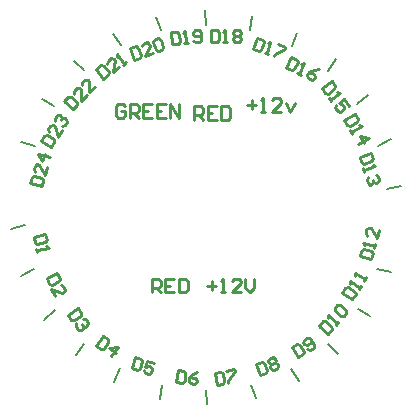
<source format=gto>
G04*
G04 #@! TF.GenerationSoftware,Altium Limited,Altium Designer,19.0.12 (326)*
G04*
G04 Layer_Color=65535*
%FSLAX25Y25*%
%MOIN*%
G70*
G01*
G75*
%ADD10C,0.00600*%
%ADD11C,0.01000*%
D10*
X211546Y255956D02*
X212122Y260646D01*
X196428Y262469D02*
X197004Y257780D01*
X180310Y260319D02*
X182003Y255908D01*
X225664Y250547D02*
X227358Y254958D01*
X237528Y242278D02*
X240238Y246148D01*
X247219Y231230D02*
X250785Y234330D01*
X254205Y217459D02*
X258414Y219604D01*
X257334Y202889D02*
X261937Y203951D01*
X253968Y176235D02*
X258572Y175172D01*
X247413Y162911D02*
X251622Y160766D01*
X237404Y151180D02*
X240970Y148080D01*
X225273Y142841D02*
X227983Y138971D01*
X142916Y159371D02*
X146482Y162471D01*
X196697Y135921D02*
X197273Y131232D01*
X181579Y133055D02*
X182155Y137744D01*
X166343Y138743D02*
X168036Y143154D01*
X153463Y147552D02*
X156172Y151422D01*
X165717Y254730D02*
X168427Y250859D01*
X142079Y232934D02*
X146288Y230789D01*
X135129Y218529D02*
X139732Y217466D01*
X131764Y189749D02*
X136367Y190812D01*
X135287Y174097D02*
X139496Y176241D01*
X211698Y137792D02*
X213391Y133382D01*
X152731Y245620D02*
X156297Y242521D01*
D11*
X197273Y170753D02*
X200272D01*
X198772Y172253D02*
Y169254D01*
X201771Y168504D02*
X203271D01*
X202521D01*
Y173003D01*
X201771Y172253D01*
X208519Y168504D02*
X205520D01*
X208519Y171503D01*
Y172253D01*
X207769Y173003D01*
X206270D01*
X205520Y172253D01*
X210019Y173003D02*
Y170003D01*
X211518Y168504D01*
X213018Y170003D01*
Y173003D01*
X169928Y230520D02*
X169178Y231270D01*
X167679D01*
X166929Y230520D01*
Y227521D01*
X167679Y226772D01*
X169178D01*
X169928Y227521D01*
Y229021D01*
X168429D01*
X171428Y226772D02*
Y231270D01*
X173677D01*
X174427Y230520D01*
Y229021D01*
X173677Y228271D01*
X171428D01*
X172927D02*
X174427Y226772D01*
X178925Y231270D02*
X175926D01*
Y226772D01*
X178925D01*
X175926Y229021D02*
X177426D01*
X183424Y231270D02*
X180425D01*
Y226772D01*
X183424D01*
X180425Y229021D02*
X181924D01*
X184923Y226772D02*
Y231270D01*
X187922Y226772D01*
Y231270D01*
X192913Y225984D02*
Y230483D01*
X195163D01*
X195912Y229733D01*
Y228234D01*
X195163Y227484D01*
X192913D01*
X194413D02*
X195912Y225984D01*
X200411Y230483D02*
X197412D01*
Y225984D01*
X200411D01*
X197412Y228234D02*
X198911D01*
X201910Y230483D02*
Y225984D01*
X204160D01*
X204909Y226734D01*
Y229733D01*
X204160Y230483D01*
X201910D01*
X210630Y230989D02*
X213629D01*
X212129Y232489D02*
Y229490D01*
X215128Y228740D02*
X216628D01*
X215878D01*
Y233239D01*
X215128Y232489D01*
X221876Y228740D02*
X218877D01*
X221876Y231739D01*
Y232489D01*
X221127Y233239D01*
X219627D01*
X218877Y232489D01*
X223376Y231739D02*
X224875Y228740D01*
X226375Y231739D01*
X178740Y168504D02*
Y173003D01*
X180989D01*
X181739Y172253D01*
Y170753D01*
X180989Y170003D01*
X178740D01*
X180240D02*
X181739Y168504D01*
X186238Y173003D02*
X183239D01*
Y168504D01*
X186238D01*
X183239Y170753D02*
X184738D01*
X187737Y173003D02*
Y168504D01*
X189987D01*
X190736Y169254D01*
Y172253D01*
X189987Y173003D01*
X187737D01*
X173312Y146947D02*
X172047Y143154D01*
X173944Y142522D01*
X174787Y142943D01*
X175630Y145472D01*
X175208Y146315D01*
X173312Y146947D01*
X179634Y144840D02*
X177105Y145683D01*
X176473Y143786D01*
X177948Y143997D01*
X178580Y143786D01*
X179002Y142943D01*
X178580Y141679D01*
X177737Y141257D01*
X176473Y141679D01*
X176051Y142522D01*
X162603Y154010D02*
X160236Y150787D01*
X161848Y149604D01*
X162779Y149746D01*
X164357Y151895D01*
X164215Y152826D01*
X162603Y154010D01*
X165070Y147237D02*
X167438Y150459D01*
X164643Y150031D01*
X166791Y148453D01*
X143249Y187978D02*
X139370Y187008D01*
X139855Y185068D01*
X140663Y184583D01*
X143249Y185230D01*
X143734Y186038D01*
X143249Y187978D01*
X140340Y183128D02*
X140663Y181835D01*
X140501Y182482D01*
X144381Y183452D01*
X143573Y183937D01*
X154059Y163323D02*
X150787Y161024D01*
X151937Y159388D01*
X152865Y159226D01*
X155046Y160758D01*
X155209Y161687D01*
X154059Y163323D01*
X155813Y159668D02*
X156741Y159506D01*
X157508Y158415D01*
X157346Y157487D01*
X156800Y157104D01*
X155872Y157266D01*
X155489Y157811D01*
X155872Y157266D01*
X155710Y156337D01*
X155165Y155954D01*
X154236Y156116D01*
X153470Y157207D01*
X153632Y158135D01*
X147355Y174853D02*
X143701Y173228D01*
X144513Y171401D01*
X145393Y171063D01*
X147829Y172146D01*
X148167Y173026D01*
X147355Y174853D01*
X146408Y167138D02*
X145325Y169574D01*
X148844Y168221D01*
X149453Y168492D01*
X149791Y169371D01*
X149250Y170589D01*
X148370Y170928D01*
X187386Y142563D02*
X187008Y138583D01*
X188998Y138394D01*
X189725Y138994D01*
X189977Y141648D01*
X189376Y142375D01*
X187386Y142563D01*
X194020Y141934D02*
X192631Y141396D01*
X191178Y140195D01*
X191052Y138868D01*
X191652Y138142D01*
X192979Y138016D01*
X193705Y138617D01*
X193769Y139280D01*
X193168Y140006D01*
X191178Y140195D01*
X199716Y141685D02*
X200394Y137744D01*
X202364Y138083D01*
X202908Y138853D01*
X202456Y141480D01*
X201686Y142024D01*
X199716Y141685D01*
X203657Y142363D02*
X206284Y142815D01*
X206397Y142158D01*
X204222Y139079D01*
X204335Y138422D01*
X213537Y144682D02*
X214961Y140945D01*
X216829Y141657D01*
X217214Y142517D01*
X216266Y145008D01*
X215406Y145393D01*
X213537Y144682D01*
X217511Y145482D02*
X217897Y146342D01*
X219142Y146817D01*
X220002Y146431D01*
X220239Y145809D01*
X219854Y144948D01*
X220714Y144563D01*
X220951Y143940D01*
X220566Y143080D01*
X219320Y142606D01*
X218460Y142991D01*
X218223Y143614D01*
X218608Y144474D01*
X217748Y144860D01*
X217511Y145482D01*
X218608Y144474D02*
X219854Y144948D01*
X225502Y150279D02*
X227559Y146850D01*
X229274Y147879D01*
X229502Y148793D01*
X228131Y151079D01*
X227216Y151308D01*
X225502Y150279D01*
X230645Y149479D02*
X231559Y149251D01*
X232702Y149936D01*
X232931Y150851D01*
X231559Y153137D01*
X230645Y153365D01*
X229502Y152680D01*
X229274Y151765D01*
X229616Y151194D01*
X230531Y150965D01*
X232245Y151994D01*
X234407Y157374D02*
X237402Y154724D01*
X238726Y156222D01*
X238669Y157163D01*
X236672Y158929D01*
X235731Y158871D01*
X234407Y157374D01*
X240051Y157719D02*
X240934Y158718D01*
X240493Y158219D01*
X237498Y160868D01*
X237555Y159927D01*
X239763Y162423D02*
X239705Y163364D01*
X240589Y164362D01*
X241529Y164420D01*
X243526Y162654D01*
X243584Y161713D01*
X242701Y160714D01*
X241760Y160657D01*
X239763Y162423D01*
X242264Y168237D02*
X245669Y166142D01*
X246717Y167844D01*
X246499Y168761D01*
X244229Y170159D01*
X243312Y169940D01*
X242264Y168237D01*
X247765Y169547D02*
X248464Y170682D01*
X248114Y170115D01*
X244709Y172211D01*
X244927Y171294D01*
X249511Y172385D02*
X250210Y173520D01*
X249861Y172953D01*
X246455Y175048D01*
X246673Y174132D01*
X248089Y180497D02*
X251969Y179528D01*
X252453Y181467D01*
X251969Y182275D01*
X249382Y182922D01*
X248574Y182437D01*
X248089Y180497D01*
X252938Y183407D02*
X253262Y184700D01*
X253100Y184053D01*
X249221Y185023D01*
X249706Y184215D01*
X254393Y189226D02*
X253747Y186640D01*
X251807Y189872D01*
X251160Y190034D01*
X250352Y189549D01*
X250029Y188256D01*
X250514Y187448D01*
X251856Y214948D02*
X248031Y213779D01*
X248616Y211867D01*
X249448Y211425D01*
X251997Y212204D01*
X252440Y213036D01*
X251856Y214948D01*
X249200Y209955D02*
X249589Y208681D01*
X249394Y209318D01*
X253219Y210486D01*
X252387Y210929D01*
X253360Y207742D02*
X254192Y207299D01*
X254582Y206025D01*
X254139Y205192D01*
X253502Y204998D01*
X252670Y205440D01*
X252475Y206078D01*
X252670Y205440D01*
X252227Y204608D01*
X251589Y204414D01*
X250757Y204856D01*
X250368Y206131D01*
X250811Y206963D01*
X246371Y227992D02*
X242913Y225984D01*
X243917Y224255D01*
X244828Y224013D01*
X247134Y225352D01*
X247375Y226263D01*
X246371Y227992D01*
X244921Y222526D02*
X245591Y221374D01*
X245256Y221950D01*
X248714Y223958D01*
X247803Y224200D01*
X247599Y217916D02*
X251057Y219923D01*
X248323Y220649D01*
X249662Y218343D01*
X238725Y238884D02*
X235433Y236614D01*
X236568Y234968D01*
X237495Y234798D01*
X239690Y236312D01*
X239860Y237239D01*
X238725Y238884D01*
X237703Y233322D02*
X238460Y232225D01*
X238082Y232774D01*
X241373Y235044D01*
X240446Y235214D01*
X244400Y230655D02*
X242887Y232849D01*
X241241Y231714D01*
X242546Y230995D01*
X242925Y230447D01*
X242755Y229520D01*
X241657Y228763D01*
X240730Y228933D01*
X239973Y230031D01*
X240144Y230958D01*
X225277Y246947D02*
X223622Y243307D01*
X225442Y242480D01*
X226325Y242811D01*
X227428Y245238D01*
X227097Y246120D01*
X225277Y246947D01*
X227262Y241652D02*
X228476Y241101D01*
X227869Y241377D01*
X229524Y245017D01*
X228641Y244686D01*
X234377Y242811D02*
X232888Y242756D01*
X231123Y242094D01*
X230572Y240880D01*
X230903Y239998D01*
X232116Y239446D01*
X232998Y239777D01*
X233274Y240384D01*
X232943Y241266D01*
X231123Y242094D01*
X213829Y253411D02*
X212598Y249606D01*
X214501Y248991D01*
X215340Y249420D01*
X216160Y251956D01*
X215732Y252795D01*
X213829Y253411D01*
X216403Y248375D02*
X217671Y247965D01*
X217037Y248170D01*
X218268Y251975D01*
X217429Y251546D01*
X220804Y251154D02*
X223341Y250334D01*
X223135Y249699D01*
X219779Y247984D01*
X219573Y247350D01*
X198425Y255967D02*
Y251969D01*
X200425D01*
X201091Y252635D01*
Y255301D01*
X200425Y255967D01*
X198425D01*
X202424Y251969D02*
X203757D01*
X203090D01*
Y255967D01*
X202424Y255301D01*
X205756D02*
X206423Y255967D01*
X207755D01*
X208422Y255301D01*
Y254634D01*
X207755Y253968D01*
X208422Y253301D01*
Y252635D01*
X207755Y251969D01*
X206423D01*
X205756Y252635D01*
Y253301D01*
X206423Y253968D01*
X205756Y254634D01*
Y255301D01*
X206423Y253968D02*
X207755D01*
X185110Y255167D02*
X185433Y251181D01*
X187426Y251343D01*
X188036Y252061D01*
X187821Y254718D01*
X187103Y255328D01*
X185110Y255167D01*
X189419Y251504D02*
X190747Y251612D01*
X190083Y251558D01*
X189760Y255544D01*
X189149Y254826D01*
X192686Y252438D02*
X193404Y251827D01*
X194733Y251935D01*
X195343Y252653D01*
X195128Y255310D01*
X194410Y255921D01*
X193081Y255813D01*
X192471Y255095D01*
X192525Y254431D01*
X193243Y253820D01*
X195236Y253982D01*
X171509Y249836D02*
X172835Y246063D01*
X174721Y246726D01*
X175129Y247575D01*
X174245Y250091D01*
X173395Y250498D01*
X171509Y249836D01*
X179122Y248272D02*
X176607Y247389D01*
X178239Y250787D01*
X178018Y251416D01*
X177168Y251824D01*
X175910Y251382D01*
X175503Y250532D01*
X179275Y251858D02*
X179683Y252708D01*
X180941Y253149D01*
X181790Y252742D01*
X182674Y250226D01*
X182266Y249377D01*
X181009Y248935D01*
X180159Y249343D01*
X179275Y251858D01*
X160274Y243018D02*
X162598Y239764D01*
X164225Y240926D01*
X164380Y241856D01*
X162831Y244025D01*
X161901Y244180D01*
X160274Y243018D01*
X168022Y243637D02*
X165852Y242088D01*
X166472Y245807D01*
X166085Y246349D01*
X165155Y246504D01*
X164070Y245729D01*
X163916Y244799D01*
X169106Y244412D02*
X170191Y245187D01*
X169649Y244799D01*
X167324Y248053D01*
X167169Y247124D01*
X149535Y232355D02*
X152362Y229528D01*
X153776Y230941D01*
Y231884D01*
X151891Y233769D01*
X150948D01*
X149535Y232355D01*
X157075Y234240D02*
X155190Y232355D01*
Y236125D01*
X154718Y236596D01*
X153776D01*
X152833Y235654D01*
Y234711D01*
X159902Y237068D02*
X158017Y235183D01*
Y238953D01*
X157546Y239424D01*
X156604D01*
X155661Y238481D01*
Y237539D01*
X141870Y219025D02*
X145276Y216929D01*
X146323Y218632D01*
X146105Y219549D01*
X143835Y220946D01*
X142918Y220728D01*
X141870Y219025D01*
X148768Y222605D02*
X147371Y220335D01*
X146498Y224002D01*
X145931Y224351D01*
X145014Y224133D01*
X144315Y222998D01*
X144533Y222081D01*
X146629Y225487D02*
X146411Y226403D01*
X147109Y227539D01*
X148026Y227757D01*
X148594Y227408D01*
X148812Y226491D01*
X148463Y225923D01*
X148812Y226491D01*
X149729Y226709D01*
X150297Y226360D01*
X150515Y225443D01*
X149816Y224308D01*
X148899Y224090D01*
X138228Y205016D02*
X142079Y203937D01*
X142618Y205862D01*
X142157Y206684D01*
X139590Y207403D01*
X138768Y206942D01*
X138228Y205016D01*
X143878Y210354D02*
X143158Y207787D01*
X141311Y211074D01*
X140669Y211254D01*
X139848Y210792D01*
X139488Y209508D01*
X139950Y208687D01*
X144777Y213563D02*
X140927Y214642D01*
X142313Y212177D01*
X143032Y214744D01*
M02*

</source>
